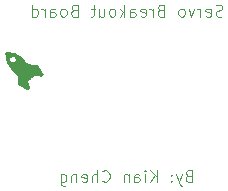
<source format=gbr>
%TF.GenerationSoftware,KiCad,Pcbnew,8.0.5*%
%TF.CreationDate,2025-01-19T22:36:25+08:00*%
%TF.ProjectId,Servo Breakout Board ,53657276-6f20-4427-9265-616b6f757420,rev?*%
%TF.SameCoordinates,Original*%
%TF.FileFunction,Legend,Bot*%
%TF.FilePolarity,Positive*%
%FSLAX46Y46*%
G04 Gerber Fmt 4.6, Leading zero omitted, Abs format (unit mm)*
G04 Created by KiCad (PCBNEW 8.0.5) date 2025-01-19 22:36:25*
%MOMM*%
%LPD*%
G01*
G04 APERTURE LIST*
%ADD10C,0.100000*%
%ADD11C,0.000000*%
G04 APERTURE END LIST*
D10*
X49203734Y-48324800D02*
X49060877Y-48372419D01*
X49060877Y-48372419D02*
X48822782Y-48372419D01*
X48822782Y-48372419D02*
X48727544Y-48324800D01*
X48727544Y-48324800D02*
X48679925Y-48277180D01*
X48679925Y-48277180D02*
X48632306Y-48181942D01*
X48632306Y-48181942D02*
X48632306Y-48086704D01*
X48632306Y-48086704D02*
X48679925Y-47991466D01*
X48679925Y-47991466D02*
X48727544Y-47943847D01*
X48727544Y-47943847D02*
X48822782Y-47896228D01*
X48822782Y-47896228D02*
X49013258Y-47848609D01*
X49013258Y-47848609D02*
X49108496Y-47800990D01*
X49108496Y-47800990D02*
X49156115Y-47753371D01*
X49156115Y-47753371D02*
X49203734Y-47658133D01*
X49203734Y-47658133D02*
X49203734Y-47562895D01*
X49203734Y-47562895D02*
X49156115Y-47467657D01*
X49156115Y-47467657D02*
X49108496Y-47420038D01*
X49108496Y-47420038D02*
X49013258Y-47372419D01*
X49013258Y-47372419D02*
X48775163Y-47372419D01*
X48775163Y-47372419D02*
X48632306Y-47420038D01*
X47822782Y-48324800D02*
X47918020Y-48372419D01*
X47918020Y-48372419D02*
X48108496Y-48372419D01*
X48108496Y-48372419D02*
X48203734Y-48324800D01*
X48203734Y-48324800D02*
X48251353Y-48229561D01*
X48251353Y-48229561D02*
X48251353Y-47848609D01*
X48251353Y-47848609D02*
X48203734Y-47753371D01*
X48203734Y-47753371D02*
X48108496Y-47705752D01*
X48108496Y-47705752D02*
X47918020Y-47705752D01*
X47918020Y-47705752D02*
X47822782Y-47753371D01*
X47822782Y-47753371D02*
X47775163Y-47848609D01*
X47775163Y-47848609D02*
X47775163Y-47943847D01*
X47775163Y-47943847D02*
X48251353Y-48039085D01*
X47346591Y-48372419D02*
X47346591Y-47705752D01*
X47346591Y-47896228D02*
X47298972Y-47800990D01*
X47298972Y-47800990D02*
X47251353Y-47753371D01*
X47251353Y-47753371D02*
X47156115Y-47705752D01*
X47156115Y-47705752D02*
X47060877Y-47705752D01*
X46822781Y-47705752D02*
X46584686Y-48372419D01*
X46584686Y-48372419D02*
X46346591Y-47705752D01*
X45822781Y-48372419D02*
X45918019Y-48324800D01*
X45918019Y-48324800D02*
X45965638Y-48277180D01*
X45965638Y-48277180D02*
X46013257Y-48181942D01*
X46013257Y-48181942D02*
X46013257Y-47896228D01*
X46013257Y-47896228D02*
X45965638Y-47800990D01*
X45965638Y-47800990D02*
X45918019Y-47753371D01*
X45918019Y-47753371D02*
X45822781Y-47705752D01*
X45822781Y-47705752D02*
X45679924Y-47705752D01*
X45679924Y-47705752D02*
X45584686Y-47753371D01*
X45584686Y-47753371D02*
X45537067Y-47800990D01*
X45537067Y-47800990D02*
X45489448Y-47896228D01*
X45489448Y-47896228D02*
X45489448Y-48181942D01*
X45489448Y-48181942D02*
X45537067Y-48277180D01*
X45537067Y-48277180D02*
X45584686Y-48324800D01*
X45584686Y-48324800D02*
X45679924Y-48372419D01*
X45679924Y-48372419D02*
X45822781Y-48372419D01*
X43965638Y-47848609D02*
X43822781Y-47896228D01*
X43822781Y-47896228D02*
X43775162Y-47943847D01*
X43775162Y-47943847D02*
X43727543Y-48039085D01*
X43727543Y-48039085D02*
X43727543Y-48181942D01*
X43727543Y-48181942D02*
X43775162Y-48277180D01*
X43775162Y-48277180D02*
X43822781Y-48324800D01*
X43822781Y-48324800D02*
X43918019Y-48372419D01*
X43918019Y-48372419D02*
X44298971Y-48372419D01*
X44298971Y-48372419D02*
X44298971Y-47372419D01*
X44298971Y-47372419D02*
X43965638Y-47372419D01*
X43965638Y-47372419D02*
X43870400Y-47420038D01*
X43870400Y-47420038D02*
X43822781Y-47467657D01*
X43822781Y-47467657D02*
X43775162Y-47562895D01*
X43775162Y-47562895D02*
X43775162Y-47658133D01*
X43775162Y-47658133D02*
X43822781Y-47753371D01*
X43822781Y-47753371D02*
X43870400Y-47800990D01*
X43870400Y-47800990D02*
X43965638Y-47848609D01*
X43965638Y-47848609D02*
X44298971Y-47848609D01*
X43298971Y-48372419D02*
X43298971Y-47705752D01*
X43298971Y-47896228D02*
X43251352Y-47800990D01*
X43251352Y-47800990D02*
X43203733Y-47753371D01*
X43203733Y-47753371D02*
X43108495Y-47705752D01*
X43108495Y-47705752D02*
X43013257Y-47705752D01*
X42298971Y-48324800D02*
X42394209Y-48372419D01*
X42394209Y-48372419D02*
X42584685Y-48372419D01*
X42584685Y-48372419D02*
X42679923Y-48324800D01*
X42679923Y-48324800D02*
X42727542Y-48229561D01*
X42727542Y-48229561D02*
X42727542Y-47848609D01*
X42727542Y-47848609D02*
X42679923Y-47753371D01*
X42679923Y-47753371D02*
X42584685Y-47705752D01*
X42584685Y-47705752D02*
X42394209Y-47705752D01*
X42394209Y-47705752D02*
X42298971Y-47753371D01*
X42298971Y-47753371D02*
X42251352Y-47848609D01*
X42251352Y-47848609D02*
X42251352Y-47943847D01*
X42251352Y-47943847D02*
X42727542Y-48039085D01*
X41394209Y-48372419D02*
X41394209Y-47848609D01*
X41394209Y-47848609D02*
X41441828Y-47753371D01*
X41441828Y-47753371D02*
X41537066Y-47705752D01*
X41537066Y-47705752D02*
X41727542Y-47705752D01*
X41727542Y-47705752D02*
X41822780Y-47753371D01*
X41394209Y-48324800D02*
X41489447Y-48372419D01*
X41489447Y-48372419D02*
X41727542Y-48372419D01*
X41727542Y-48372419D02*
X41822780Y-48324800D01*
X41822780Y-48324800D02*
X41870399Y-48229561D01*
X41870399Y-48229561D02*
X41870399Y-48134323D01*
X41870399Y-48134323D02*
X41822780Y-48039085D01*
X41822780Y-48039085D02*
X41727542Y-47991466D01*
X41727542Y-47991466D02*
X41489447Y-47991466D01*
X41489447Y-47991466D02*
X41394209Y-47943847D01*
X40918018Y-48372419D02*
X40918018Y-47372419D01*
X40822780Y-47991466D02*
X40537066Y-48372419D01*
X40537066Y-47705752D02*
X40918018Y-48086704D01*
X39965637Y-48372419D02*
X40060875Y-48324800D01*
X40060875Y-48324800D02*
X40108494Y-48277180D01*
X40108494Y-48277180D02*
X40156113Y-48181942D01*
X40156113Y-48181942D02*
X40156113Y-47896228D01*
X40156113Y-47896228D02*
X40108494Y-47800990D01*
X40108494Y-47800990D02*
X40060875Y-47753371D01*
X40060875Y-47753371D02*
X39965637Y-47705752D01*
X39965637Y-47705752D02*
X39822780Y-47705752D01*
X39822780Y-47705752D02*
X39727542Y-47753371D01*
X39727542Y-47753371D02*
X39679923Y-47800990D01*
X39679923Y-47800990D02*
X39632304Y-47896228D01*
X39632304Y-47896228D02*
X39632304Y-48181942D01*
X39632304Y-48181942D02*
X39679923Y-48277180D01*
X39679923Y-48277180D02*
X39727542Y-48324800D01*
X39727542Y-48324800D02*
X39822780Y-48372419D01*
X39822780Y-48372419D02*
X39965637Y-48372419D01*
X38775161Y-47705752D02*
X38775161Y-48372419D01*
X39203732Y-47705752D02*
X39203732Y-48229561D01*
X39203732Y-48229561D02*
X39156113Y-48324800D01*
X39156113Y-48324800D02*
X39060875Y-48372419D01*
X39060875Y-48372419D02*
X38918018Y-48372419D01*
X38918018Y-48372419D02*
X38822780Y-48324800D01*
X38822780Y-48324800D02*
X38775161Y-48277180D01*
X38441827Y-47705752D02*
X38060875Y-47705752D01*
X38298970Y-47372419D02*
X38298970Y-48229561D01*
X38298970Y-48229561D02*
X38251351Y-48324800D01*
X38251351Y-48324800D02*
X38156113Y-48372419D01*
X38156113Y-48372419D02*
X38060875Y-48372419D01*
X36632303Y-47848609D02*
X36489446Y-47896228D01*
X36489446Y-47896228D02*
X36441827Y-47943847D01*
X36441827Y-47943847D02*
X36394208Y-48039085D01*
X36394208Y-48039085D02*
X36394208Y-48181942D01*
X36394208Y-48181942D02*
X36441827Y-48277180D01*
X36441827Y-48277180D02*
X36489446Y-48324800D01*
X36489446Y-48324800D02*
X36584684Y-48372419D01*
X36584684Y-48372419D02*
X36965636Y-48372419D01*
X36965636Y-48372419D02*
X36965636Y-47372419D01*
X36965636Y-47372419D02*
X36632303Y-47372419D01*
X36632303Y-47372419D02*
X36537065Y-47420038D01*
X36537065Y-47420038D02*
X36489446Y-47467657D01*
X36489446Y-47467657D02*
X36441827Y-47562895D01*
X36441827Y-47562895D02*
X36441827Y-47658133D01*
X36441827Y-47658133D02*
X36489446Y-47753371D01*
X36489446Y-47753371D02*
X36537065Y-47800990D01*
X36537065Y-47800990D02*
X36632303Y-47848609D01*
X36632303Y-47848609D02*
X36965636Y-47848609D01*
X35822779Y-48372419D02*
X35918017Y-48324800D01*
X35918017Y-48324800D02*
X35965636Y-48277180D01*
X35965636Y-48277180D02*
X36013255Y-48181942D01*
X36013255Y-48181942D02*
X36013255Y-47896228D01*
X36013255Y-47896228D02*
X35965636Y-47800990D01*
X35965636Y-47800990D02*
X35918017Y-47753371D01*
X35918017Y-47753371D02*
X35822779Y-47705752D01*
X35822779Y-47705752D02*
X35679922Y-47705752D01*
X35679922Y-47705752D02*
X35584684Y-47753371D01*
X35584684Y-47753371D02*
X35537065Y-47800990D01*
X35537065Y-47800990D02*
X35489446Y-47896228D01*
X35489446Y-47896228D02*
X35489446Y-48181942D01*
X35489446Y-48181942D02*
X35537065Y-48277180D01*
X35537065Y-48277180D02*
X35584684Y-48324800D01*
X35584684Y-48324800D02*
X35679922Y-48372419D01*
X35679922Y-48372419D02*
X35822779Y-48372419D01*
X34632303Y-48372419D02*
X34632303Y-47848609D01*
X34632303Y-47848609D02*
X34679922Y-47753371D01*
X34679922Y-47753371D02*
X34775160Y-47705752D01*
X34775160Y-47705752D02*
X34965636Y-47705752D01*
X34965636Y-47705752D02*
X35060874Y-47753371D01*
X34632303Y-48324800D02*
X34727541Y-48372419D01*
X34727541Y-48372419D02*
X34965636Y-48372419D01*
X34965636Y-48372419D02*
X35060874Y-48324800D01*
X35060874Y-48324800D02*
X35108493Y-48229561D01*
X35108493Y-48229561D02*
X35108493Y-48134323D01*
X35108493Y-48134323D02*
X35060874Y-48039085D01*
X35060874Y-48039085D02*
X34965636Y-47991466D01*
X34965636Y-47991466D02*
X34727541Y-47991466D01*
X34727541Y-47991466D02*
X34632303Y-47943847D01*
X34156112Y-48372419D02*
X34156112Y-47705752D01*
X34156112Y-47896228D02*
X34108493Y-47800990D01*
X34108493Y-47800990D02*
X34060874Y-47753371D01*
X34060874Y-47753371D02*
X33965636Y-47705752D01*
X33965636Y-47705752D02*
X33870398Y-47705752D01*
X33108493Y-48372419D02*
X33108493Y-47372419D01*
X33108493Y-48324800D02*
X33203731Y-48372419D01*
X33203731Y-48372419D02*
X33394207Y-48372419D01*
X33394207Y-48372419D02*
X33489445Y-48324800D01*
X33489445Y-48324800D02*
X33537064Y-48277180D01*
X33537064Y-48277180D02*
X33584683Y-48181942D01*
X33584683Y-48181942D02*
X33584683Y-47896228D01*
X33584683Y-47896228D02*
X33537064Y-47800990D01*
X33537064Y-47800990D02*
X33489445Y-47753371D01*
X33489445Y-47753371D02*
X33394207Y-47705752D01*
X33394207Y-47705752D02*
X33203731Y-47705752D01*
X33203731Y-47705752D02*
X33108493Y-47753371D01*
X46322782Y-61848609D02*
X46179925Y-61896228D01*
X46179925Y-61896228D02*
X46132306Y-61943847D01*
X46132306Y-61943847D02*
X46084687Y-62039085D01*
X46084687Y-62039085D02*
X46084687Y-62181942D01*
X46084687Y-62181942D02*
X46132306Y-62277180D01*
X46132306Y-62277180D02*
X46179925Y-62324800D01*
X46179925Y-62324800D02*
X46275163Y-62372419D01*
X46275163Y-62372419D02*
X46656115Y-62372419D01*
X46656115Y-62372419D02*
X46656115Y-61372419D01*
X46656115Y-61372419D02*
X46322782Y-61372419D01*
X46322782Y-61372419D02*
X46227544Y-61420038D01*
X46227544Y-61420038D02*
X46179925Y-61467657D01*
X46179925Y-61467657D02*
X46132306Y-61562895D01*
X46132306Y-61562895D02*
X46132306Y-61658133D01*
X46132306Y-61658133D02*
X46179925Y-61753371D01*
X46179925Y-61753371D02*
X46227544Y-61800990D01*
X46227544Y-61800990D02*
X46322782Y-61848609D01*
X46322782Y-61848609D02*
X46656115Y-61848609D01*
X45751353Y-61705752D02*
X45513258Y-62372419D01*
X45275163Y-61705752D02*
X45513258Y-62372419D01*
X45513258Y-62372419D02*
X45608496Y-62610514D01*
X45608496Y-62610514D02*
X45656115Y-62658133D01*
X45656115Y-62658133D02*
X45751353Y-62705752D01*
X44894210Y-62277180D02*
X44846591Y-62324800D01*
X44846591Y-62324800D02*
X44894210Y-62372419D01*
X44894210Y-62372419D02*
X44941829Y-62324800D01*
X44941829Y-62324800D02*
X44894210Y-62277180D01*
X44894210Y-62277180D02*
X44894210Y-62372419D01*
X44894210Y-61753371D02*
X44846591Y-61800990D01*
X44846591Y-61800990D02*
X44894210Y-61848609D01*
X44894210Y-61848609D02*
X44941829Y-61800990D01*
X44941829Y-61800990D02*
X44894210Y-61753371D01*
X44894210Y-61753371D02*
X44894210Y-61848609D01*
X43656115Y-62372419D02*
X43656115Y-61372419D01*
X43084687Y-62372419D02*
X43513258Y-61800990D01*
X43084687Y-61372419D02*
X43656115Y-61943847D01*
X42656115Y-62372419D02*
X42656115Y-61705752D01*
X42656115Y-61372419D02*
X42703734Y-61420038D01*
X42703734Y-61420038D02*
X42656115Y-61467657D01*
X42656115Y-61467657D02*
X42608496Y-61420038D01*
X42608496Y-61420038D02*
X42656115Y-61372419D01*
X42656115Y-61372419D02*
X42656115Y-61467657D01*
X41751354Y-62372419D02*
X41751354Y-61848609D01*
X41751354Y-61848609D02*
X41798973Y-61753371D01*
X41798973Y-61753371D02*
X41894211Y-61705752D01*
X41894211Y-61705752D02*
X42084687Y-61705752D01*
X42084687Y-61705752D02*
X42179925Y-61753371D01*
X41751354Y-62324800D02*
X41846592Y-62372419D01*
X41846592Y-62372419D02*
X42084687Y-62372419D01*
X42084687Y-62372419D02*
X42179925Y-62324800D01*
X42179925Y-62324800D02*
X42227544Y-62229561D01*
X42227544Y-62229561D02*
X42227544Y-62134323D01*
X42227544Y-62134323D02*
X42179925Y-62039085D01*
X42179925Y-62039085D02*
X42084687Y-61991466D01*
X42084687Y-61991466D02*
X41846592Y-61991466D01*
X41846592Y-61991466D02*
X41751354Y-61943847D01*
X41275163Y-61705752D02*
X41275163Y-62372419D01*
X41275163Y-61800990D02*
X41227544Y-61753371D01*
X41227544Y-61753371D02*
X41132306Y-61705752D01*
X41132306Y-61705752D02*
X40989449Y-61705752D01*
X40989449Y-61705752D02*
X40894211Y-61753371D01*
X40894211Y-61753371D02*
X40846592Y-61848609D01*
X40846592Y-61848609D02*
X40846592Y-62372419D01*
X39037068Y-62277180D02*
X39084687Y-62324800D01*
X39084687Y-62324800D02*
X39227544Y-62372419D01*
X39227544Y-62372419D02*
X39322782Y-62372419D01*
X39322782Y-62372419D02*
X39465639Y-62324800D01*
X39465639Y-62324800D02*
X39560877Y-62229561D01*
X39560877Y-62229561D02*
X39608496Y-62134323D01*
X39608496Y-62134323D02*
X39656115Y-61943847D01*
X39656115Y-61943847D02*
X39656115Y-61800990D01*
X39656115Y-61800990D02*
X39608496Y-61610514D01*
X39608496Y-61610514D02*
X39560877Y-61515276D01*
X39560877Y-61515276D02*
X39465639Y-61420038D01*
X39465639Y-61420038D02*
X39322782Y-61372419D01*
X39322782Y-61372419D02*
X39227544Y-61372419D01*
X39227544Y-61372419D02*
X39084687Y-61420038D01*
X39084687Y-61420038D02*
X39037068Y-61467657D01*
X38608496Y-62372419D02*
X38608496Y-61372419D01*
X38179925Y-62372419D02*
X38179925Y-61848609D01*
X38179925Y-61848609D02*
X38227544Y-61753371D01*
X38227544Y-61753371D02*
X38322782Y-61705752D01*
X38322782Y-61705752D02*
X38465639Y-61705752D01*
X38465639Y-61705752D02*
X38560877Y-61753371D01*
X38560877Y-61753371D02*
X38608496Y-61800990D01*
X37322782Y-62324800D02*
X37418020Y-62372419D01*
X37418020Y-62372419D02*
X37608496Y-62372419D01*
X37608496Y-62372419D02*
X37703734Y-62324800D01*
X37703734Y-62324800D02*
X37751353Y-62229561D01*
X37751353Y-62229561D02*
X37751353Y-61848609D01*
X37751353Y-61848609D02*
X37703734Y-61753371D01*
X37703734Y-61753371D02*
X37608496Y-61705752D01*
X37608496Y-61705752D02*
X37418020Y-61705752D01*
X37418020Y-61705752D02*
X37322782Y-61753371D01*
X37322782Y-61753371D02*
X37275163Y-61848609D01*
X37275163Y-61848609D02*
X37275163Y-61943847D01*
X37275163Y-61943847D02*
X37751353Y-62039085D01*
X36846591Y-61705752D02*
X36846591Y-62372419D01*
X36846591Y-61800990D02*
X36798972Y-61753371D01*
X36798972Y-61753371D02*
X36703734Y-61705752D01*
X36703734Y-61705752D02*
X36560877Y-61705752D01*
X36560877Y-61705752D02*
X36465639Y-61753371D01*
X36465639Y-61753371D02*
X36418020Y-61848609D01*
X36418020Y-61848609D02*
X36418020Y-62372419D01*
X35513258Y-61705752D02*
X35513258Y-62515276D01*
X35513258Y-62515276D02*
X35560877Y-62610514D01*
X35560877Y-62610514D02*
X35608496Y-62658133D01*
X35608496Y-62658133D02*
X35703734Y-62705752D01*
X35703734Y-62705752D02*
X35846591Y-62705752D01*
X35846591Y-62705752D02*
X35941829Y-62658133D01*
X35513258Y-62324800D02*
X35608496Y-62372419D01*
X35608496Y-62372419D02*
X35798972Y-62372419D01*
X35798972Y-62372419D02*
X35894210Y-62324800D01*
X35894210Y-62324800D02*
X35941829Y-62277180D01*
X35941829Y-62277180D02*
X35989448Y-62181942D01*
X35989448Y-62181942D02*
X35989448Y-61896228D01*
X35989448Y-61896228D02*
X35941829Y-61800990D01*
X35941829Y-61800990D02*
X35894210Y-61753371D01*
X35894210Y-61753371D02*
X35798972Y-61705752D01*
X35798972Y-61705752D02*
X35608496Y-61705752D01*
X35608496Y-61705752D02*
X35513258Y-61753371D01*
D11*
%TO.C,G\u002A\u002A\u002A*%
G36*
X32534569Y-52100586D02*
G01*
X32691076Y-52271005D01*
X32710293Y-52292854D01*
X32752436Y-52340400D01*
X32783975Y-52374812D01*
X32807391Y-52398226D01*
X32825165Y-52412778D01*
X32839776Y-52420606D01*
X32853707Y-52423847D01*
X32869437Y-52424638D01*
X32876778Y-52424842D01*
X32906931Y-52426080D01*
X32954033Y-52428285D01*
X33015102Y-52431308D01*
X33087153Y-52434998D01*
X33167202Y-52439207D01*
X33252265Y-52443785D01*
X33331590Y-52448161D01*
X33410430Y-52452749D01*
X33472140Y-52456771D01*
X33519015Y-52460479D01*
X33553350Y-52464123D01*
X33577439Y-52467955D01*
X33593576Y-52472226D01*
X33604056Y-52477188D01*
X33611172Y-52483091D01*
X33612391Y-52484536D01*
X33624046Y-52501749D01*
X33644585Y-52534533D01*
X33672592Y-52580471D01*
X33706654Y-52637144D01*
X33745355Y-52702137D01*
X33787282Y-52773032D01*
X33831018Y-52847412D01*
X33875151Y-52922860D01*
X33918265Y-52996959D01*
X33958944Y-53067291D01*
X33995776Y-53131440D01*
X34027345Y-53186989D01*
X34052236Y-53231520D01*
X34069035Y-53262617D01*
X34076328Y-53277862D01*
X34076739Y-53279347D01*
X34075485Y-53293484D01*
X34064475Y-53313012D01*
X34041657Y-53340869D01*
X34004975Y-53379995D01*
X33980850Y-53404500D01*
X33948853Y-53435717D01*
X33923511Y-53458932D01*
X33908821Y-53470390D01*
X33898981Y-53471521D01*
X33873825Y-53467942D01*
X33833190Y-53458590D01*
X33775905Y-53443164D01*
X33700799Y-53421364D01*
X33606701Y-53392890D01*
X33322580Y-53305695D01*
X33045973Y-53582149D01*
X33044581Y-53583540D01*
X32981633Y-53646716D01*
X32923765Y-53705278D01*
X32872656Y-53757492D01*
X32829983Y-53801623D01*
X32797425Y-53835934D01*
X32776660Y-53858692D01*
X32769365Y-53868161D01*
X32770028Y-53871741D01*
X32775699Y-53892860D01*
X32787235Y-53932666D01*
X32804723Y-53991439D01*
X32828244Y-54069458D01*
X32857884Y-54167002D01*
X32893726Y-54284350D01*
X32935855Y-54421781D01*
X32936005Y-54428721D01*
X32926363Y-54448917D01*
X32902600Y-54479338D01*
X32863522Y-54521632D01*
X32839310Y-54546061D01*
X32806601Y-54577077D01*
X32780128Y-54599878D01*
X32764031Y-54610757D01*
X32743477Y-54613264D01*
X32714648Y-54606915D01*
X32711334Y-54605315D01*
X32690256Y-54593919D01*
X32653649Y-54573375D01*
X32603642Y-54544903D01*
X32542363Y-54509723D01*
X32471942Y-54469056D01*
X32394506Y-54424123D01*
X32312184Y-54376145D01*
X32225730Y-54325461D01*
X32141239Y-54275380D01*
X32072926Y-54234128D01*
X32019468Y-54200861D01*
X31979547Y-54174736D01*
X31951840Y-54154911D01*
X31935027Y-54140542D01*
X31927787Y-54130786D01*
X31927723Y-54130604D01*
X31925401Y-54114950D01*
X31922236Y-54081157D01*
X31918408Y-54032290D01*
X31914101Y-53971411D01*
X31909496Y-53901586D01*
X31904775Y-53825879D01*
X31900119Y-53747353D01*
X31895711Y-53669073D01*
X31891732Y-53594103D01*
X31888364Y-53525507D01*
X31885789Y-53466349D01*
X31884189Y-53419695D01*
X31883745Y-53388606D01*
X31882727Y-53383913D01*
X31869850Y-53364381D01*
X31841714Y-53333910D01*
X31797717Y-53291878D01*
X31737257Y-53237663D01*
X31646798Y-53156605D01*
X31510520Y-53026858D01*
X31391071Y-52902200D01*
X31286715Y-52780554D01*
X31195712Y-52659844D01*
X31116326Y-52537996D01*
X31046819Y-52412933D01*
X30995998Y-52304569D01*
X30947559Y-52176371D01*
X30908862Y-52040813D01*
X30904337Y-52018564D01*
X31249206Y-52018564D01*
X31250068Y-52060619D01*
X31254028Y-52092570D01*
X31262853Y-52117864D01*
X31278303Y-52144100D01*
X31287490Y-52156465D01*
X31319773Y-52189645D01*
X31355142Y-52216047D01*
X31376650Y-52227048D01*
X31437263Y-52245412D01*
X31500170Y-52249433D01*
X31557241Y-52238220D01*
X31569833Y-52232838D01*
X31615658Y-52203562D01*
X31658211Y-52163503D01*
X31689398Y-52119908D01*
X31697993Y-52096879D01*
X31705440Y-52051572D01*
X31706551Y-52000645D01*
X31701313Y-51952758D01*
X31689712Y-51916571D01*
X31666828Y-51881047D01*
X31618979Y-51833338D01*
X31562830Y-51801742D01*
X31501840Y-51786460D01*
X31439467Y-51787696D01*
X31379169Y-51805651D01*
X31324405Y-51840528D01*
X31278633Y-51892529D01*
X31263728Y-51917522D01*
X31254473Y-51942630D01*
X31250226Y-51973768D01*
X31249206Y-52018564D01*
X30904337Y-52018564D01*
X30879140Y-51894668D01*
X30857626Y-51734711D01*
X30843553Y-51557716D01*
X30841182Y-51514312D01*
X30839739Y-51474563D01*
X30840571Y-51448341D01*
X30844214Y-51431290D01*
X30851206Y-51419055D01*
X30862082Y-51407280D01*
X30869518Y-51400153D01*
X30881624Y-51391552D01*
X30897256Y-51386453D01*
X30920861Y-51384207D01*
X30956888Y-51384161D01*
X31009783Y-51385667D01*
X31084692Y-51388995D01*
X31241732Y-51401745D01*
X31389898Y-51421641D01*
X31525267Y-51448096D01*
X31643914Y-51480523D01*
X31660972Y-51486162D01*
X31802097Y-51542487D01*
X31944128Y-51616576D01*
X32087727Y-51708930D01*
X32233557Y-51820049D01*
X32382284Y-51950434D01*
X32433208Y-52000645D01*
X32534569Y-52100586D01*
G37*
%TD*%
M02*

</source>
